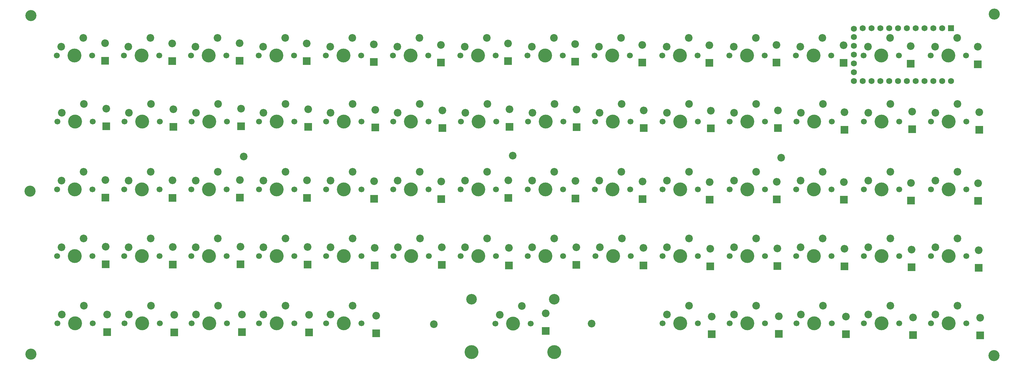
<source format=gbr>
%TF.GenerationSoftware,KiCad,Pcbnew,(6.0.1)*%
%TF.CreationDate,2022-06-24T19:37:25-07:00*%
%TF.ProjectId,75ortho,37356f72-7468-46f2-9e6b-696361645f70,rev?*%
%TF.SameCoordinates,Original*%
%TF.FileFunction,Soldermask,Top*%
%TF.FilePolarity,Negative*%
%FSLAX46Y46*%
G04 Gerber Fmt 4.6, Leading zero omitted, Abs format (unit mm)*
G04 Created by KiCad (PCBNEW (6.0.1)) date 2022-06-24 19:37:25*
%MOMM*%
%LPD*%
G01*
G04 APERTURE LIST*
%ADD10C,4.000000*%
%ADD11C,1.700000*%
%ADD12C,2.200000*%
%ADD13R,2.200000X2.200000*%
%ADD14O,2.200000X2.200000*%
%ADD15C,3.200000*%
%ADD16C,3.050000*%
%ADD17R,1.752600X1.752600*%
%ADD18C,1.752600*%
G04 APERTURE END LIST*
D10*
%TO.C,REF\u002A\u002A*%
X234564133Y-113068285D03*
D11*
X229484133Y-113068285D03*
X239644133Y-113068285D03*
D12*
X237104133Y-107988285D03*
X230754133Y-110528285D03*
%TD*%
%TO.C,REF\u002A\u002A*%
X202514200Y-190550800D03*
%TD*%
D11*
%TO.C,REF\u002A\u002A*%
X287604200Y-170942000D03*
X297764200Y-170942000D03*
D10*
X292684200Y-170942000D03*
D12*
X295224200Y-165862000D03*
X288874200Y-168402000D03*
%TD*%
D13*
%TO.C,REF\u002A\u002A*%
X320416133Y-115263468D03*
D14*
X320416133Y-110183468D03*
%TD*%
D13*
%TO.C,REF\u002A\u002A*%
X359664000Y-193812783D03*
D14*
X359664000Y-188732783D03*
%TD*%
D13*
%TO.C,REF\u002A\u002A*%
X166624000Y-192959966D03*
D14*
X166624000Y-187879966D03*
%TD*%
D11*
%TO.C,REF\u002A\u002A*%
X132791200Y-151688800D03*
D10*
X137871200Y-151688800D03*
D11*
X142951200Y-151688800D03*
D12*
X140411200Y-146608800D03*
X134061200Y-149148800D03*
%TD*%
D13*
%TO.C,REF\u002A\u002A*%
X301193200Y-154555166D03*
D14*
X301193200Y-149475166D03*
%TD*%
D13*
%TO.C,REF\u002A\u002A*%
X262504133Y-115100285D03*
D14*
X262504133Y-110020285D03*
%TD*%
D10*
%TO.C,REF\u002A\u002A*%
X195829133Y-113068285D03*
D11*
X190749133Y-113068285D03*
X200909133Y-113068285D03*
D12*
X198369133Y-107988285D03*
X192019133Y-110528285D03*
%TD*%
D11*
%TO.C,REF\u002A\u002A*%
X113487200Y-170942000D03*
X123647200Y-170942000D03*
D10*
X118567200Y-170942000D03*
D12*
X121107200Y-165862000D03*
X114757200Y-168402000D03*
%TD*%
D13*
%TO.C,REF\u002A\u002A*%
X359105200Y-155026983D03*
D14*
X359105200Y-149946983D03*
%TD*%
D11*
%TO.C,REF\u002A\u002A*%
X306781200Y-151688800D03*
X316941200Y-151688800D03*
D10*
X311861200Y-151688800D03*
D12*
X314401200Y-146608800D03*
X308051200Y-149148800D03*
%TD*%
D11*
%TO.C,REF\u002A\u002A*%
X132842000Y-190347600D03*
D10*
X137922000Y-190347600D03*
D11*
X143002000Y-190347600D03*
D12*
X140462000Y-185267600D03*
X134112000Y-187807600D03*
%TD*%
D13*
%TO.C,REF\u002A\u002A*%
X146888200Y-173300366D03*
D14*
X146888200Y-168220366D03*
%TD*%
D13*
%TO.C,REF\u002A\u002A*%
X185288133Y-114973285D03*
D14*
X185288133Y-109893285D03*
%TD*%
D13*
%TO.C,REF\u002A\u002A*%
X224109067Y-173606898D03*
D14*
X224109067Y-168526898D03*
%TD*%
D12*
%TO.C,REF\u002A\u002A*%
X302463200Y-142595600D03*
%TD*%
D11*
%TO.C,REF\u002A\u002A*%
X181686200Y-170942000D03*
X171526200Y-170942000D03*
D10*
X176606200Y-170942000D03*
D12*
X179146200Y-165862000D03*
X172796200Y-168402000D03*
%TD*%
D11*
%TO.C,REF\u002A\u002A*%
X345516200Y-170942000D03*
D10*
X350596200Y-170942000D03*
D11*
X355676200Y-170942000D03*
D12*
X353136200Y-165862000D03*
X346786200Y-168402000D03*
%TD*%
D11*
%TO.C,REF\u002A\u002A*%
X316941200Y-170942000D03*
X306781200Y-170942000D03*
D10*
X311861200Y-170942000D03*
D12*
X314401200Y-165862000D03*
X308051200Y-168402000D03*
%TD*%
D11*
%TO.C,REF\u002A\u002A*%
X201122067Y-170903715D03*
D10*
X196042067Y-170903715D03*
D11*
X190962067Y-170903715D03*
D12*
X198582067Y-165823715D03*
X192232067Y-168363715D03*
%TD*%
D11*
%TO.C,REF\u002A\u002A*%
X142870133Y-113068285D03*
X132710133Y-113068285D03*
D10*
X137790133Y-113068285D03*
D12*
X140330133Y-107988285D03*
X133980133Y-110528285D03*
%TD*%
D13*
%TO.C,REF\u002A\u002A*%
X108331000Y-133523966D03*
D14*
X108331000Y-128443966D03*
%TD*%
D13*
%TO.C,REF\u002A\u002A*%
X301498000Y-134031966D03*
D14*
X301498000Y-128951966D03*
%TD*%
D10*
%TO.C,REF\u002A\u002A*%
X311912000Y-132181600D03*
D11*
X306832000Y-132181600D03*
X316992000Y-132181600D03*
D12*
X314452000Y-127101600D03*
X308102000Y-129641600D03*
%TD*%
D11*
%TO.C,REF\u002A\u002A*%
X152222200Y-170942000D03*
X162382200Y-170942000D03*
D10*
X157302200Y-170942000D03*
D12*
X159842200Y-165862000D03*
X153492200Y-168402000D03*
%TD*%
D11*
%TO.C,REF\u002A\u002A*%
X345435133Y-113068285D03*
D10*
X350515133Y-113068285D03*
D11*
X355595133Y-113068285D03*
D12*
X353055133Y-107988285D03*
X346705133Y-110528285D03*
%TD*%
D11*
%TO.C,REF\u002A\u002A*%
X258948133Y-113068285D03*
X248788133Y-113068285D03*
D10*
X253868133Y-113068285D03*
D12*
X256408133Y-107988285D03*
X250058133Y-110528285D03*
%TD*%
D11*
%TO.C,REF\u002A\u002A*%
X104262133Y-113068285D03*
D10*
X99182133Y-113068285D03*
D11*
X94102133Y-113068285D03*
D12*
X101722133Y-107988285D03*
X95372133Y-110528285D03*
%TD*%
D11*
%TO.C,REF\u002A\u002A*%
X181605133Y-113068285D03*
D10*
X176525133Y-113068285D03*
D11*
X171445133Y-113068285D03*
D12*
X179065133Y-107988285D03*
X172715133Y-110528285D03*
%TD*%
D13*
%TO.C,REF\u002A\u002A*%
X185369200Y-154391983D03*
D14*
X185369200Y-149311983D03*
%TD*%
D11*
%TO.C,REF\u002A\u002A*%
X287604200Y-151688800D03*
X297764200Y-151688800D03*
D10*
X292684200Y-151688800D03*
D12*
X295224200Y-146608800D03*
X288874200Y-149148800D03*
%TD*%
D13*
%TO.C,REF\u002A\u002A*%
X321056000Y-193467966D03*
D14*
X321056000Y-188387966D03*
%TD*%
D13*
%TO.C,REF\u002A\u002A*%
X146761200Y-154047166D03*
D14*
X146761200Y-148967166D03*
%TD*%
D11*
%TO.C,REF\u002A\u002A*%
X142951200Y-170942000D03*
D10*
X137871200Y-170942000D03*
D11*
X132791200Y-170942000D03*
D12*
X140411200Y-165862000D03*
X134061200Y-168402000D03*
%TD*%
D10*
%TO.C,REF\u002A\u002A*%
X157353000Y-190347600D03*
D11*
X162433000Y-190347600D03*
X152273000Y-190347600D03*
D12*
X159893000Y-185267600D03*
X153543000Y-187807600D03*
%TD*%
D13*
%TO.C,REF\u002A\u002A*%
X204592133Y-115100285D03*
D14*
X204592133Y-110020285D03*
%TD*%
D11*
%TO.C,REF\u002A\u002A*%
X278460200Y-151688800D03*
X268300200Y-151688800D03*
D10*
X273380200Y-151688800D03*
D12*
X275920200Y-146608800D03*
X269570200Y-149148800D03*
%TD*%
D13*
%TO.C,REF\u002A\u002A*%
X127889000Y-192959966D03*
D14*
X127889000Y-187879966D03*
%TD*%
D11*
%TO.C,REF\u002A\u002A*%
X239730067Y-170903715D03*
X229570067Y-170903715D03*
D10*
X234650067Y-170903715D03*
D12*
X237190067Y-165823715D03*
X230840067Y-168363715D03*
%TD*%
D11*
%TO.C,REF\u002A\u002A*%
X104343200Y-170942000D03*
X94183200Y-170942000D03*
D10*
X99263200Y-170942000D03*
D12*
X101803200Y-165862000D03*
X95453200Y-168402000D03*
%TD*%
D13*
%TO.C,REF\u002A\u002A*%
X320624200Y-173935366D03*
D14*
X320624200Y-168855366D03*
%TD*%
D11*
%TO.C,REF\u002A\u002A*%
X345567000Y-132181600D03*
X355727000Y-132181600D03*
D10*
X350647000Y-132181600D03*
D12*
X353187000Y-127101600D03*
X346837000Y-129641600D03*
%TD*%
D11*
%TO.C,REF\u002A\u002A*%
X278379133Y-113068285D03*
D10*
X273299133Y-113068285D03*
D11*
X268219133Y-113068285D03*
D12*
X275839133Y-107988285D03*
X269489133Y-110528285D03*
%TD*%
D10*
%TO.C,REF\u002A\u002A*%
X176657000Y-132181600D03*
D11*
X171577000Y-132181600D03*
X181737000Y-132181600D03*
D12*
X179197000Y-127101600D03*
X172847000Y-129641600D03*
%TD*%
D13*
%TO.C,REF\u002A\u002A*%
X147320000Y-192832966D03*
D14*
X147320000Y-187752966D03*
%TD*%
D13*
%TO.C,REF\u002A\u002A*%
X262844067Y-173606898D03*
D14*
X262844067Y-168526898D03*
%TD*%
D12*
%TO.C,REF\u002A\u002A*%
X225247200Y-141986000D03*
%TD*%
D13*
%TO.C,REF\u002A\u002A*%
X262585200Y-154518983D03*
D14*
X262585200Y-149438983D03*
%TD*%
D13*
%TO.C,REF\u002A\u002A*%
X108153200Y-173300366D03*
D14*
X108153200Y-168220366D03*
%TD*%
D10*
%TO.C,REF\u002A\u002A*%
X311780133Y-113068285D03*
D11*
X306700133Y-113068285D03*
X316860133Y-113068285D03*
D12*
X314320133Y-107988285D03*
X307970133Y-110528285D03*
%TD*%
D13*
%TO.C,REF\u002A\u002A*%
X243586000Y-133777966D03*
D14*
X243586000Y-128697966D03*
%TD*%
D15*
%TO.C,REF\u002A\u002A*%
X86664800Y-199186800D03*
%TD*%
D13*
%TO.C,REF\u002A\u002A*%
X359232200Y-174280183D03*
D14*
X359232200Y-169200183D03*
%TD*%
D11*
%TO.C,REF\u002A\u002A*%
X248920000Y-132181600D03*
X259080000Y-132181600D03*
D10*
X254000000Y-132181600D03*
D12*
X256540000Y-127101600D03*
X250190000Y-129641600D03*
%TD*%
D13*
%TO.C,REF\u002A\u002A*%
X301752000Y-193340966D03*
D14*
X301752000Y-188260966D03*
%TD*%
D13*
%TO.C,REF\u002A\u002A*%
X127330200Y-154174166D03*
D14*
X127330200Y-149094166D03*
%TD*%
D11*
%TO.C,REF\u002A\u002A*%
X162382200Y-151688800D03*
X152222200Y-151688800D03*
D10*
X157302200Y-151688800D03*
D12*
X159842200Y-146608800D03*
X153492200Y-149148800D03*
%TD*%
D10*
%TO.C,REF\u002A\u002A*%
X99314000Y-132181600D03*
D11*
X94234000Y-132181600D03*
X104394000Y-132181600D03*
D12*
X101854000Y-127101600D03*
X95504000Y-129641600D03*
%TD*%
D13*
%TO.C,REF\u002A\u002A*%
X108585000Y-192832966D03*
D14*
X108585000Y-187752966D03*
%TD*%
D15*
%TO.C,REF\u002A\u002A*%
X363626400Y-199644000D03*
%TD*%
D11*
%TO.C,REF\u002A\u002A*%
X104394000Y-190347600D03*
X94234000Y-190347600D03*
D10*
X99314000Y-190347600D03*
D12*
X101854000Y-185267600D03*
X95504000Y-187807600D03*
%TD*%
D13*
%TO.C,REF\u002A\u002A*%
X146680133Y-114628468D03*
D14*
X146680133Y-109548468D03*
%TD*%
D13*
%TO.C,REF\u002A\u002A*%
X243281200Y-154301166D03*
D14*
X243281200Y-149221166D03*
%TD*%
D11*
%TO.C,REF\u002A\u002A*%
X220472000Y-132181600D03*
D10*
X215392000Y-132181600D03*
D11*
X210312000Y-132181600D03*
D12*
X217932000Y-127101600D03*
X211582000Y-129641600D03*
%TD*%
D13*
%TO.C,REF\u002A\u002A*%
X262890000Y-133995783D03*
D14*
X262890000Y-128915783D03*
%TD*%
D13*
%TO.C,REF\u002A\u002A*%
X108026200Y-154047166D03*
D14*
X108026200Y-148967166D03*
%TD*%
D13*
%TO.C,REF\u002A\u002A*%
X127249133Y-114755468D03*
D14*
X127249133Y-109675468D03*
%TD*%
D12*
%TO.C,REF\u002A\u002A*%
X247929400Y-190449200D03*
%TD*%
D11*
%TO.C,REF\u002A\u002A*%
X355727000Y-190347600D03*
X345567000Y-190347600D03*
D10*
X350647000Y-190347600D03*
D12*
X353187000Y-185267600D03*
X346837000Y-187807600D03*
%TD*%
D13*
%TO.C,REF\u002A\u002A*%
X234696000Y-192542783D03*
D14*
X234696000Y-187462783D03*
%TD*%
D10*
%TO.C,REF\u002A\u002A*%
X157353000Y-132181600D03*
D11*
X162433000Y-132181600D03*
X152273000Y-132181600D03*
D12*
X159893000Y-127101600D03*
X153543000Y-129641600D03*
%TD*%
D13*
%TO.C,REF\u002A\u002A*%
X147066000Y-133523966D03*
D14*
X147066000Y-128443966D03*
%TD*%
D11*
%TO.C,REF\u002A\u002A*%
X104343200Y-151688800D03*
D10*
X99263200Y-151688800D03*
D11*
X94183200Y-151688800D03*
D12*
X101803200Y-146608800D03*
X95453200Y-149148800D03*
%TD*%
D10*
%TO.C,REF\u002A\u002A*%
X273431000Y-190347600D03*
D11*
X278511000Y-190347600D03*
X268351000Y-190347600D03*
D12*
X275971000Y-185267600D03*
X269621000Y-187807600D03*
%TD*%
D11*
%TO.C,REF\u002A\u002A*%
X123698000Y-132181600D03*
D10*
X118618000Y-132181600D03*
D11*
X113538000Y-132181600D03*
D12*
X121158000Y-127101600D03*
X114808000Y-129641600D03*
%TD*%
D13*
%TO.C,REF\u002A\u002A*%
X223896133Y-114755468D03*
D14*
X223896133Y-109675468D03*
%TD*%
D10*
%TO.C,REF\u002A\u002A*%
X195961000Y-132181600D03*
D11*
X201041000Y-132181600D03*
X190881000Y-132181600D03*
D12*
X198501000Y-127101600D03*
X192151000Y-129641600D03*
%TD*%
D15*
%TO.C,REF\u002A\u002A*%
X86360000Y-152196800D03*
%TD*%
D11*
%TO.C,REF\u002A\u002A*%
X220340133Y-113068285D03*
D10*
X215260133Y-113068285D03*
D11*
X210180133Y-113068285D03*
D12*
X217800133Y-107988285D03*
X211450133Y-110528285D03*
%TD*%
D13*
%TO.C,REF\u002A\u002A*%
X359410000Y-134503783D03*
D14*
X359410000Y-129423783D03*
%TD*%
D10*
%TO.C,REF\u002A\u002A*%
X213398000Y-198648600D03*
D11*
X220218000Y-190408600D03*
X230378000Y-190408600D03*
D16*
X213398000Y-183408600D03*
D10*
X225298000Y-190408600D03*
X237198000Y-198648600D03*
D16*
X237198000Y-183408600D03*
D12*
X227838000Y-185328600D03*
X221488000Y-187868600D03*
%TD*%
D13*
%TO.C,REF\u002A\u002A*%
X340360000Y-193685783D03*
D14*
X340360000Y-188605783D03*
%TD*%
D11*
%TO.C,REF\u002A\u002A*%
X268300200Y-170942000D03*
X278460200Y-170942000D03*
D10*
X273380200Y-170942000D03*
D12*
X275920200Y-165862000D03*
X269570200Y-168402000D03*
%TD*%
D13*
%TO.C,REF\u002A\u002A*%
X243540067Y-173479898D03*
D14*
X243540067Y-168399898D03*
%TD*%
D12*
%TO.C,REF\u002A\u002A*%
X147878800Y-142240000D03*
%TD*%
D11*
%TO.C,REF\u002A\u002A*%
X248869200Y-151688800D03*
D10*
X253949200Y-151688800D03*
D11*
X259029200Y-151688800D03*
D12*
X256489200Y-146608800D03*
X250139200Y-149148800D03*
%TD*%
D10*
%TO.C,REF\u002A\u002A*%
X118618000Y-190347600D03*
D11*
X113538000Y-190347600D03*
X123698000Y-190347600D03*
D12*
X121158000Y-185267600D03*
X114808000Y-187807600D03*
%TD*%
D11*
%TO.C,REF\u002A\u002A*%
X278511000Y-132181600D03*
D10*
X273431000Y-132181600D03*
D11*
X268351000Y-132181600D03*
D12*
X275971000Y-127101600D03*
X269621000Y-129641600D03*
%TD*%
D11*
%TO.C,REF\u002A\u002A*%
X326263000Y-132181600D03*
D10*
X331343000Y-132181600D03*
D11*
X336423000Y-132181600D03*
D12*
X333883000Y-127101600D03*
X327533000Y-129641600D03*
%TD*%
D11*
%TO.C,REF\u002A\u002A*%
X200990200Y-151688800D03*
X190830200Y-151688800D03*
D10*
X195910200Y-151688800D03*
D12*
X198450200Y-146608800D03*
X192100200Y-149148800D03*
%TD*%
D11*
%TO.C,REF\u002A\u002A*%
X171526200Y-151688800D03*
X181686200Y-151688800D03*
D10*
X176606200Y-151688800D03*
D12*
X179146200Y-146608800D03*
X172796200Y-149148800D03*
%TD*%
D10*
%TO.C,REF\u002A\u002A*%
X331292200Y-170942000D03*
D11*
X326212200Y-170942000D03*
X336372200Y-170942000D03*
D12*
X333832200Y-165862000D03*
X327482200Y-168402000D03*
%TD*%
D15*
%TO.C,REF\u002A\u002A*%
X86614000Y-101600000D03*
%TD*%
D17*
%TO.C,U1*%
X351277133Y-105194285D03*
D18*
X348737133Y-105194285D03*
X346197133Y-105194285D03*
X343657133Y-105194285D03*
X341117133Y-105194285D03*
X338577133Y-105194285D03*
X336037133Y-105194285D03*
X333497133Y-105194285D03*
X330957133Y-105194285D03*
X328417133Y-105194285D03*
X325877133Y-105194285D03*
X323337133Y-105422885D03*
X323337133Y-120434285D03*
X325877133Y-120434285D03*
X328417133Y-120434285D03*
X330957133Y-120434285D03*
X333497133Y-120434285D03*
X336037133Y-120434285D03*
X338577133Y-120434285D03*
X341117133Y-120434285D03*
X343657133Y-120434285D03*
X346197133Y-120434285D03*
X348737133Y-120434285D03*
X351277133Y-120434285D03*
X323337133Y-107734285D03*
X323337133Y-110274285D03*
X323337133Y-112814285D03*
X323337133Y-115354285D03*
X323337133Y-117894285D03*
%TD*%
D13*
%TO.C,REF\u002A\u002A*%
X107945133Y-114628468D03*
D14*
X107945133Y-109548468D03*
%TD*%
D11*
%TO.C,REF\u002A\u002A*%
X336372200Y-151688800D03*
X326212200Y-151688800D03*
D10*
X331292200Y-151688800D03*
D12*
X333832200Y-146608800D03*
X327482200Y-149148800D03*
%TD*%
D10*
%TO.C,REF\u002A\u002A*%
X331211133Y-113068285D03*
D11*
X326131133Y-113068285D03*
X336291133Y-113068285D03*
D12*
X333751133Y-107988285D03*
X327401133Y-110528285D03*
%TD*%
D13*
%TO.C,REF\u002A\u002A*%
X340106000Y-134376783D03*
D14*
X340106000Y-129296783D03*
%TD*%
D13*
%TO.C,REF\u002A\u002A*%
X166065200Y-154174166D03*
D14*
X166065200Y-149094166D03*
%TD*%
D13*
%TO.C,REF\u002A\u002A*%
X301320200Y-173808366D03*
D14*
X301320200Y-168728366D03*
%TD*%
D13*
%TO.C,REF\u002A\u002A*%
X127457200Y-173427366D03*
D14*
X127457200Y-168347366D03*
%TD*%
D13*
%TO.C,REF\u002A\u002A*%
X243200133Y-114882468D03*
D14*
X243200133Y-109802468D03*
%TD*%
D10*
%TO.C,REF\u002A\u002A*%
X176657000Y-190347600D03*
D11*
X181737000Y-190347600D03*
X171577000Y-190347600D03*
D12*
X179197000Y-185267600D03*
X172847000Y-187807600D03*
%TD*%
D13*
%TO.C,REF\u002A\u002A*%
X281808133Y-115227285D03*
D14*
X281808133Y-110147285D03*
%TD*%
D13*
%TO.C,REF\u002A\u002A*%
X223977200Y-154174166D03*
D14*
X223977200Y-149094166D03*
%TD*%
D13*
%TO.C,REF\u002A\u002A*%
X339928200Y-174153183D03*
D14*
X339928200Y-169073183D03*
%TD*%
D13*
%TO.C,REF\u002A\u002A*%
X165984133Y-114755468D03*
D14*
X165984133Y-109675468D03*
%TD*%
D11*
%TO.C,REF\u002A\u002A*%
X220421200Y-151688800D03*
D10*
X215341200Y-151688800D03*
D11*
X210261200Y-151688800D03*
D12*
X217881200Y-146608800D03*
X211531200Y-149148800D03*
%TD*%
D11*
%TO.C,REF\u002A\u002A*%
X239776000Y-132181600D03*
X229616000Y-132181600D03*
D10*
X234696000Y-132181600D03*
D12*
X237236000Y-127101600D03*
X230886000Y-129641600D03*
%TD*%
D13*
%TO.C,REF\u002A\u002A*%
X204805067Y-173479898D03*
D14*
X204805067Y-168399898D03*
%TD*%
D11*
%TO.C,REF\u002A\u002A*%
X229565200Y-151688800D03*
D10*
X234645200Y-151688800D03*
D11*
X239725200Y-151688800D03*
D12*
X237185200Y-146608800D03*
X230835200Y-149148800D03*
%TD*%
D13*
%TO.C,REF\u002A\u002A*%
X320497200Y-154682166D03*
D14*
X320497200Y-149602166D03*
%TD*%
D10*
%TO.C,REF\u002A\u002A*%
X311912000Y-190347600D03*
D11*
X316992000Y-190347600D03*
X306832000Y-190347600D03*
D12*
X314452000Y-185267600D03*
X308102000Y-187807600D03*
%TD*%
D11*
%TO.C,REF\u002A\u002A*%
X297815000Y-132181600D03*
D10*
X292735000Y-132181600D03*
D11*
X287655000Y-132181600D03*
D12*
X295275000Y-127101600D03*
X288925000Y-129641600D03*
%TD*%
D11*
%TO.C,REF\u002A\u002A*%
X287523133Y-113068285D03*
X297683133Y-113068285D03*
D10*
X292603133Y-113068285D03*
D12*
X295143133Y-107988285D03*
X288793133Y-110528285D03*
%TD*%
D15*
%TO.C,REF\u002A\u002A*%
X363728000Y-101193600D03*
%TD*%
D13*
%TO.C,REF\u002A\u002A*%
X282194000Y-134122783D03*
D14*
X282194000Y-129042783D03*
%TD*%
D13*
%TO.C,REF\u002A\u002A*%
X281889200Y-154645983D03*
D14*
X281889200Y-149565983D03*
%TD*%
D13*
%TO.C,REF\u002A\u002A*%
X224282000Y-133650966D03*
D14*
X224282000Y-128570966D03*
%TD*%
D10*
%TO.C,REF\u002A\u002A*%
X331343000Y-190347600D03*
D11*
X336423000Y-190347600D03*
X326263000Y-190347600D03*
D12*
X333883000Y-185267600D03*
X327533000Y-187807600D03*
%TD*%
D13*
%TO.C,REF\u002A\u002A*%
X185496200Y-173645183D03*
D14*
X185496200Y-168565183D03*
%TD*%
D11*
%TO.C,REF\u002A\u002A*%
X210266067Y-170903715D03*
D10*
X215346067Y-170903715D03*
D11*
X220426067Y-170903715D03*
D12*
X217886067Y-165823715D03*
X211536067Y-168363715D03*
%TD*%
D10*
%TO.C,REF\u002A\u002A*%
X254081067Y-170903715D03*
D11*
X259161067Y-170903715D03*
X249001067Y-170903715D03*
D12*
X256621067Y-165823715D03*
X250271067Y-168363715D03*
%TD*%
D13*
%TO.C,REF\u002A\u002A*%
X282448000Y-193431783D03*
D14*
X282448000Y-188351783D03*
%TD*%
D13*
%TO.C,REF\u002A\u002A*%
X320675000Y-134503783D03*
D14*
X320675000Y-129423783D03*
%TD*%
D13*
%TO.C,REF\u002A\u002A*%
X204673200Y-154518983D03*
D14*
X204673200Y-149438983D03*
%TD*%
D13*
%TO.C,REF\u002A\u002A*%
X204978000Y-133995783D03*
D14*
X204978000Y-128915783D03*
%TD*%
D13*
%TO.C,REF\u002A\u002A*%
X127635000Y-133650966D03*
D14*
X127635000Y-128570966D03*
%TD*%
D13*
%TO.C,REF\u002A\u002A*%
X185928000Y-193177783D03*
D14*
X185928000Y-188097783D03*
%TD*%
D13*
%TO.C,REF\u002A\u002A*%
X301112133Y-115136468D03*
D14*
X301112133Y-110056468D03*
%TD*%
D11*
%TO.C,REF\u002A\u002A*%
X287655000Y-190347600D03*
X297815000Y-190347600D03*
D10*
X292735000Y-190347600D03*
D12*
X295275000Y-185267600D03*
X288925000Y-187807600D03*
%TD*%
D13*
%TO.C,REF\u002A\u002A*%
X166370000Y-133650966D03*
D14*
X166370000Y-128570966D03*
%TD*%
D10*
%TO.C,REF\u002A\u002A*%
X350596200Y-151688800D03*
D11*
X355676200Y-151688800D03*
X345516200Y-151688800D03*
D12*
X353136200Y-146608800D03*
X346786200Y-149148800D03*
%TD*%
D13*
%TO.C,REF\u002A\u002A*%
X166192200Y-173427366D03*
D14*
X166192200Y-168347366D03*
%TD*%
D13*
%TO.C,REF\u002A\u002A*%
X185674000Y-133868783D03*
D14*
X185674000Y-128788783D03*
%TD*%
D10*
%TO.C,REF\u002A\u002A*%
X157221133Y-113068285D03*
D11*
X152141133Y-113068285D03*
X162301133Y-113068285D03*
D12*
X159761133Y-107988285D03*
X153411133Y-110528285D03*
%TD*%
D13*
%TO.C,REF\u002A\u002A*%
X282016200Y-173899183D03*
D14*
X282016200Y-168819183D03*
%TD*%
D13*
%TO.C,REF\u002A\u002A*%
X339720133Y-115481285D03*
D14*
X339720133Y-110401285D03*
%TD*%
D11*
%TO.C,REF\u002A\u002A*%
X143002000Y-132181600D03*
D10*
X137922000Y-132181600D03*
D11*
X132842000Y-132181600D03*
D12*
X140462000Y-127101600D03*
X134112000Y-129641600D03*
%TD*%
D11*
%TO.C,REF\u002A\u002A*%
X113487200Y-151688800D03*
X123647200Y-151688800D03*
D10*
X118567200Y-151688800D03*
D12*
X121107200Y-146608800D03*
X114757200Y-149148800D03*
%TD*%
D13*
%TO.C,REF\u002A\u002A*%
X359024133Y-115608285D03*
D14*
X359024133Y-110528285D03*
%TD*%
D11*
%TO.C,REF\u002A\u002A*%
X123566133Y-113068285D03*
X113406133Y-113068285D03*
D10*
X118486133Y-113068285D03*
D12*
X121026133Y-107988285D03*
X114676133Y-110528285D03*
%TD*%
D13*
%TO.C,REF\u002A\u002A*%
X339801200Y-154899983D03*
D14*
X339801200Y-149819983D03*
%TD*%
M02*

</source>
